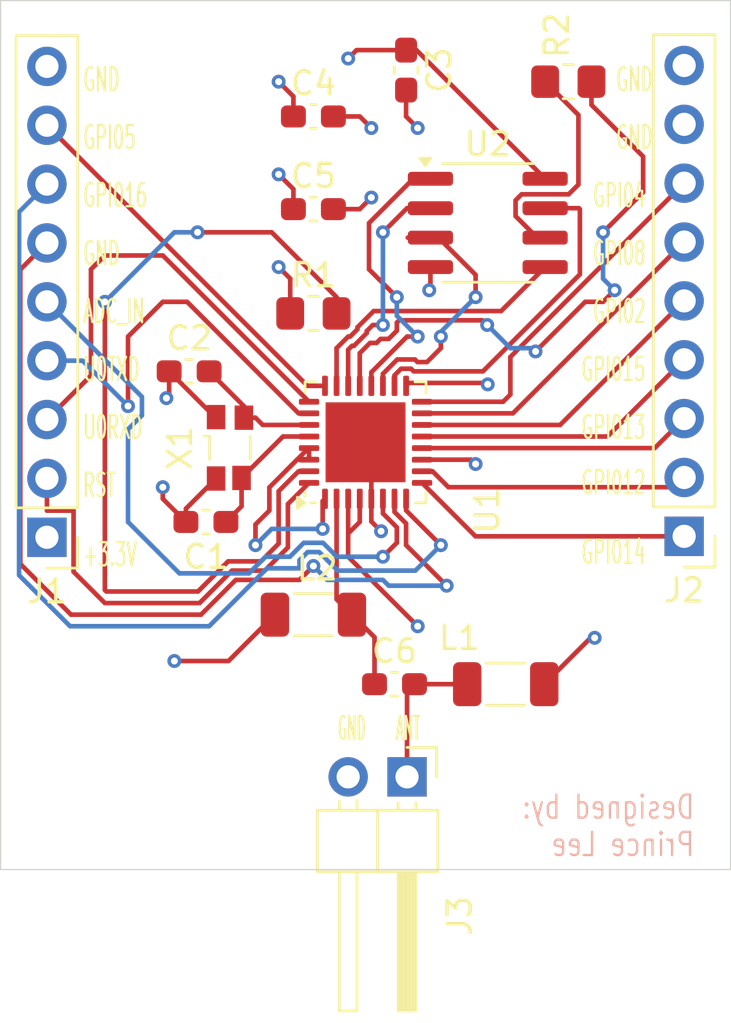
<source format=kicad_pcb>
(kicad_pcb (version 20240108) (generator "pcbnew") (generator_version "8.0")
  (layers (0 "F.Cu" signal) (1 "In1.Cu" power "GND") (2 "In2.Cu" power "PwR") (31 "B.Cu" signal) (34 "B.Paste" user) (35 "F.Paste" user) (36 "B.SilkS" user "B.Silkscreen") (37 "F.SilkS" user "F.Silkscreen") (38 "B.Mask" user) (39 "F.Mask" user) (44 "Edge.Cuts" user))
  (net 0 "")
  (net 1 "Net-(U1-XTAL_IN)")
  (net 2 "GND")
  (net 3 "Net-(U1-XTAL_OUT)")
  (net 4 "/ANT")
  (net 5 "/GPIO4")
  (net 6 "/GPIO14")
  (net 7 "/GPIO15")
  (net 8 "/GPI05")
  (net 9 "/GPIO0")
  (net 10 "/GPIO13")
  (net 11 "/GPIO12")
  (net 12 "/ADC_IN")
  (net 13 "/CHIP_EN")
  (net 14 "/U0RXD")
  (net 15 "/RST")
  (net 16 "/GPIO16")
  (net 17 "/U0TXD")
  (net 18 "/GPIO2")
  (net 19 "Net-(U1-RES12K)")
  (net 20 "Net-(U1-SD_CLK)")
  (net 21 "/SD_CLK")
  (net 22 "/SD_D1")
  (net 23 "/SD_D2")
  (net 24 "/SD_D3")
  (net 25 "/SD_D0")
  (net 26 "/SD_CMD")
  (net 27 "+3.3V")
  (net 28 "Net-(U1-LNA)")
  (footprint "Capacitor_SMD:C_0603_1608Metric_Pad1.08x0.95mm_HandSolder" (layer "F.Cu") (at 126.5 89)
    (property "Reference" "C5" (at 0 -1.43 0) (layer "F.SilkS"))
    (property "Value" "0.1uF")
    (fp_line (start -0.146267 -0.51) (end 0.146267 -0.51) (stroke (width 0.12)) (layer "F.SilkS"))
    (fp_line (start -0.146267 0.51) (end 0.146267 0.51) (stroke (width 0.12)) (layer "F.SilkS"))
    (pad "1" smd roundrect (at -0.8625 0) (size 1.075 0.95) (layers "F.Cu" "F.Paste" "F.Mask") (net 27 "+3.3V"))
    (pad "2" smd roundrect (at 0.8625 0) (size 1.075 0.95) (layers "F.Cu" "F.Paste" "F.Mask") (net 2 "GND"))
  )
  (footprint "Capacitor_SMD:C_0603_1608Metric_Pad1.08x0.95mm_HandSolder" (layer "F.Cu") (at 126.5 85)
    (property "Reference" "C4" (at 0 -1.43 0) (layer "F.SilkS"))
    (property "Value" "10uF")
    (fp_line (start -0.146267 -0.51) (end 0.146267 -0.51) (stroke (width 0.12)) (layer "F.SilkS"))
    (fp_line (start -0.146267 0.51) (end 0.146267 0.51) (stroke (width 0.12)) (layer "F.SilkS"))
    (pad "1" smd roundrect (at -0.8625 0) (size 1.075 0.95) (layers "F.Cu" "F.Paste" "F.Mask") (net 27 "+3.3V"))
    (pad "2" smd roundrect (at 0.8625 0) (size 1.075 0.95) (layers "F.Cu" "F.Paste" "F.Mask") (net 2 "GND"))
  )
  (footprint "Capacitor_SMD:C_0603_1608Metric_Pad1.08x0.95mm_HandSolder" (layer "F.Cu") (at 121.8625 102.5)
    (property "Reference" "C1" (at 0 1.5 0) (layer "F.SilkS"))
    (property "Value" "10pF")
    (fp_line (start -0.146267 -0.51) (end 0.146267 -0.51) (stroke (width 0.12)) (layer "F.SilkS"))
    (fp_line (start -0.146267 0.51) (end 0.146267 0.51) (stroke (width 0.12)) (layer "F.SilkS"))
    (pad "1" smd roundrect (at -0.8625 0) (size 1.075 0.95) (layers "F.Cu" "F.Paste" "F.Mask") (net 2 "GND"))
    (pad "2" smd roundrect (at 0.8625 0) (size 1.075 0.95) (layers "F.Cu" "F.Paste" "F.Mask") (net 1 "Net-(U1-XTAL_IN)"))
  )
  (footprint "Connector_PinHeader_2.54mm:PinHeader_1x09_P2.54mm_Vertical" (layer "F.Cu") (at 115 103.16 180)
    (property "Reference" "J1" (at 0 -2.33 0) (layer "F.SilkS"))
    (property "Value" "Conn_01x09_Pin" (hide yes))
    (fp_line (start 1.33 1.27) (end 1.33 21.65) (stroke (width 0.12)) (layer "F.SilkS"))
    (fp_line (start -1.33 21.65) (end 1.33 21.65) (stroke (width 0.12)) (layer "F.SilkS"))
    (fp_line (start -1.33 1.27) (end 1.33 1.27) (stroke (width 0.12)) (layer "F.SilkS"))
    (fp_line (start -1.33 1.27) (end -1.33 21.65) (stroke (width 0.12)) (layer "F.SilkS"))
    (fp_line (start -1.33 0) (end -1.33 -1.33) (stroke (width 0.12)) (layer "F.SilkS"))
    (fp_line (start -1.33 -1.33) (end 0 -1.33) (stroke (width 0.12)) (layer "F.SilkS"))
    (pad "1" thru_hole rect (at 0 0 180) (size 1.7 1.7) (drill 1) (layers "*.Cu" "*.Mask") (net 27 "+3.3V"))
    (pad "2" thru_hole oval (at 0 2.54 180) (size 1.7 1.7) (drill 1) (layers "*.Cu" "*.Mask") (net 15 "/RST"))
    (pad "3" thru_hole oval (at 0 5.08 180) (size 1.7 1.7) (drill 1) (layers "*.Cu" "*.Mask") (net 14 "/U0RXD"))
    (pad "4" thru_hole oval (at 0 7.62 180) (size 1.7 1.7) (drill 1) (layers "*.Cu" "*.Mask") (net 17 "/U0TXD"))
    (pad "5" thru_hole oval (at 0 10.16 180) (size 1.7 1.7) (drill 1) (layers "*.Cu" "*.Mask") (net 12 "/ADC_IN"))
    (pad "6" thru_hole oval (at 0 12.7 180) (size 1.7 1.7) (drill 1) (layers "*.Cu" "*.Mask") (net 13 "/CHIP_EN"))
    (pad "7" thru_hole oval (at 0 15.24 180) (size 1.7 1.7) (drill 1) (layers "*.Cu" "*.Mask") (net 16 "/GPIO16"))
    (pad "8" thru_hole oval (at 0 17.78 180) (size 1.7 1.7) (drill 1) (layers "*.Cu" "*.Mask") (net 8 "/GPI05"))
    (pad "9" thru_hole oval (at 0 20.32 180) (size 1.7 1.7) (drill 1) (layers "*.Cu" "*.Mask") (net 2 "GND"))
  )
  (footprint "Inductor_SMD:L_1206_3216Metric_Pad1.22x1.90mm_HandSolder" (layer "F.Cu") (at 134.8 109.5 180)
    (property "Reference" "L1" (at 2 2 0) (layer "F.SilkS"))
    (property "Value" "NC")
    (fp_line (start -0.835242 0.91) (end 0.835242 0.91) (stroke (width 0.12)) (layer "F.SilkS"))
    (fp_line (start -0.835242 -0.91) (end 0.835242 -0.91) (stroke (width 0.12)) (layer "F.SilkS"))
    (pad "1" smd roundrect (at -1.6625 0 180) (size 1.225 1.9) (layers "F.Cu" "F.Paste" "F.Mask") (roundrect_rratio 0.204082) (net 2 "GND"))
    (pad "2" smd roundrect (at 1.6625 0 180) (size 1.225 1.9) (layers "F.Cu" "F.Paste" "F.Mask") (roundrect_rratio 0.204082) (net 4 "/ANT"))
  )
  (footprint "Package_DFN_QFN:QFN-32-1EP_5x5mm_P0.5mm_EP3.45x3.45mm" (layer "F.Cu") (at 128.75 99.0625 90)
    (property "Reference" "U1" (at -2.9375 5.25 90) (layer "F.SilkS"))
    (property "Value" "ESP8266EX")
    (fp_line (start 2.61 -2.61) (end 2.61 -2.135) (stroke (width 0.12)) (layer "F.SilkS"))
    (fp_line (start 2.135 -2.61) (end 2.61 -2.61) (stroke (width 0.12)) (layer "F.SilkS"))
    (fp_line (start -2.135 -2.61) (end -2.31 -2.61) (stroke (width 0.12)) (layer "F.SilkS"))
    (fp_line (start -2.61 -2.135) (end -2.61 -2.37) (stroke (width 0.12)) (layer "F.SilkS"))
    (fp_line (start 2.61 2.61) (end 2.61 2.135) (stroke (width 0.12)) (layer "F.SilkS"))
    (fp_line (start 2.135 2.61) (end 2.61 2.61) (stroke (width 0.12)) (layer "F.SilkS"))
    (fp_line (start -2.135 2.61) (end -2.61 2.61) (stroke (width 0.12)) (layer "F.SilkS"))
    (fp_line (start -2.61 2.61) (end -2.61 2.135) (stroke (width 0.12)) (layer "F.SilkS"))
    (fp_poly (pts (xy -2.61 -2.61) (xy -2.85 -2.94) (xy -2.37 -2.94) (xy -2.61 -2.61)) (stroke (width 0.12)) (fill solid) (layer "F.SilkS"))
    (pad "1" smd roundrect (at -2.4375 -1.75 90) (size 0.875 0.25) (layers "F.Cu" "F.Paste" "F.Mask") (net 27 "+3.3V"))
    (pad "2" smd roundrect (at -2.4375 -1.25 90) (size 0.875 0.25) (layers "F.Cu" "F.Paste" "F.Mask") (net 28 "Net-(U1-LNA)"))
    (pad "3" smd roundrect (at -2.4375 -0.75 90) (size 0.875 0.25) (layers "F.Cu" "F.Paste" "F.Mask") (net 27 "+3.3V"))
    (pad "4" smd roundrect (at -2.4375 -0.25 90) (size 0.875 0.25) (layers "F.Cu" "F.Paste" "F.Mask") (net 27 "+3.3V"))
    (pad "5" smd roundrect (at -2.4375 0.25 90) (size 0.875 0.25) (layers "F.Cu" "F.Paste" "F.Mask") (net 2 "GND"))
    (pad "6" smd roundrect (at -2.4375 0.75 90) (size 0.875 0.25) (layers "F.Cu" "F.Paste" "F.Mask") (net 12 "/ADC_IN"))
    (pad "7" smd roundrect (at -2.4375 1.25 90) (size 0.875 0.25) (layers "F.Cu" "F.Paste" "F.Mask") (net 13 "/CHIP_EN"))
    (pad "8" smd roundrect (at -2.4375 1.75 90) (size 0.875 0.25) (layers "F.Cu" "F.Paste" "F.Mask") (net 16 "/GPIO16"))
    (pad "9" smd roundrect (at -1.75 2.4375 90) (size 0.25 0.875) (layers "F.Cu" "F.Paste" "F.Mask") (net 6 "/GPIO14"))
    (pad "10" smd roundrect (at -1.25 2.4375 90) (size 0.25 0.875) (layers "F.Cu" "F.Paste" "F.Mask") (net 11 "/GPIO12"))
    (pad "11" smd roundrect (at -0.75 2.4375 90) (size 0.25 0.875) (layers "F.Cu" "F.Paste" "F.Mask") (net 27 "+3.3V"))
    (pad "12" smd roundrect (at -0.25 2.4375 90) (size 0.25 0.875) (layers "F.Cu" "F.Paste" "F.Mask") (net 10 "/GPIO13"))
    (pad "13" smd roundrect (at 0.25 2.4375 90) (size 0.25 0.875) (layers "F.Cu" "F.Paste" "F.Mask") (net 7 "/GPIO15"))
    (pad "14" smd roundrect (at 0.75 2.4375 90) (size 0.25 0.875) (layers "F.Cu" "F.Paste" "F.Mask") (net 18 "/GPIO2"))
    (pad "15" smd roundrect (at 1.25 2.4375 90) (size 0.25 0.875) (layers "F.Cu" "F.Paste" "F.Mask") (net 9 "/GPIO0"))
    (pad "16" smd roundrect (at 1.75 2.4375 90) (size 0.25 0.875) (layers "F.Cu" "F.Paste" "F.Mask") (net 5 "/GPIO4"))
    (pad "17" smd roundrect (at 2.4375 1.75 90) (size 0.875 0.25) (layers "F.Cu" "F.Paste" "F.Mask") (net 27 "+3.3V"))
    (pad "18" smd roundrect (at 2.4375 1.25 90) (size 0.875 0.25) (layers "F.Cu" "F.Paste" "F.Mask") (net 23 "/SD_D2"))
    (pad "19" smd roundrect (at 2.4375 0.75 90) (size 0.875 0.25) (layers "F.Cu" "F.Paste" "F.Mask") (net 24 "/SD_D3"))
    (pad "20" smd roundrect (at 2.4375 0.25 90) (size 0.875 0.25) (layers "F.Cu" "F.Paste" "F.Mask") (net 26 "/SD_CMD"))
    (pad "21" smd roundrect (at 2.4375 -0.25 90) (size 0.875 0.25) (layers "F.Cu" "F.Paste" "F.Mask") (net 20 "Net-(U1-SD_CLK)"))
    (pad "22" smd roundrect (at 2.4375 -0.75 90) (size 0.875 0.25) (layers "F.Cu" "F.Paste" "F.Mask") (net 25 "/SD_D0"))
    (pad "23" smd roundrect (at 2.4375 -1.25 90) (size 0.875 0.25) (layers "F.Cu" "F.Paste" "F.Mask") (net 22 "/SD_D1"))
    (pad "24" smd roundrect (at 2.4375 -1.75 90) (size 0.875 0.25) (layers "F.Cu" "F.Paste" "F.Mask") (net 8 "/GPI05"))
    (pad "25" smd roundrect (at 1.75 -2.4375 90) (size 0.25 0.875) (layers "F.Cu" "F.Paste" "F.Mask") (net 14 "/U0RXD"))
    (pad "26" smd roundrect (at 1.25 -2.4375 90) (size 0.25 0.875) (layers "F.Cu" "F.Paste" "F.Mask") (net 17 "/U0TXD"))
    (pad "27" smd roundrect (at 0.75 -2.4375 90) (size 0.25 0.875) (layers "F.Cu" "F.Paste" "F.Mask") (net 3 "Net-(U1-XTAL_OUT)"))
    (pad "28" smd roundrect (at 0.25 -2.4375 90) (size 0.25 0.875) (layers "F.Cu" "F.Paste" "F.Mask") (net 1 "Net-(U1-XTAL_IN)"))
    (pad "29" smd roundrect (at -0.25 -2.4375 90) (size 0.25 0.875) (layers "F.Cu" "F.Paste" "F.Mask") (net 27 "+3.3V"))
    (pad "30" smd roundrect (at -0.75 -2.4375 90) (size 0.25 0.875) (layers "F.Cu" "F.Paste" "F.Mask") (net 27 "+3.3V"))
    (pad "31" smd roundrect (at -1.25 -2.4375 90) (size 0.25 0.875) (layers "F.Cu" "F.Paste" "F.Mask") (net 19 "Net-(U1-RES12K)"))
    (pad "32" smd roundrect (at -1.75 -2.4375 90) (size 0.25 0.875) (layers "F.Cu" "F.Paste" "F.Mask") (net 15 "/RST"))
    (pad "33" smd rect (at 0 0 90) (size 3.45 3.45) (property pad_prop_heatsink) (layers "F.Cu" "F.Mask") (net 2 "GND"))
  )
  (footprint "Capacitor_SMD:C_0603_1608Metric_Pad1.08x0.95mm_HandSolder" (layer "F.Cu") (at 121.1375 96)
    (property "Reference" "C2" (at 0 -1.43 0) (layer "F.SilkS"))
    (property "Value" "10pF")
    (fp_line (start -0.146267 -0.51) (end 0.146267 -0.51) (stroke (width 0.12)) (layer "F.SilkS"))
    (fp_line (start -0.146267 0.51) (end 0.146267 0.51) (stroke (width 0.12)) (layer "F.SilkS"))
    (pad "1" smd roundrect (at -0.8625 0) (size 1.075 0.95) (layers "F.Cu" "F.Paste" "F.Mask") (net 2 "GND"))
    (pad "2" smd roundrect (at 0.8625 0) (size 1.075 0.95) (layers "F.Cu" "F.Paste" "F.Mask") (net 3 "Net-(U1-XTAL_OUT)"))
  )
  (footprint "Capacitor_SMD:C_0603_1608Metric_Pad1.08x0.95mm_HandSolder" (layer "F.Cu") (at 130 109.5)
    (property "Reference" "C6" (at 0 -1.43 0) (layer "F.SilkS"))
    (property "Value" "5.6pF")
    (fp_line (start -0.146267 -0.51) (end 0.146267 -0.51) (stroke (width 0.12)) (layer "F.SilkS"))
    (fp_line (start -0.146267 0.51) (end 0.146267 0.51) (stroke (width 0.12)) (layer "F.SilkS"))
    (pad "1" smd roundrect (at -0.8625 0) (size 1.075 0.95) (layers "F.Cu" "F.Paste" "F.Mask") (net 28 "Net-(U1-LNA)"))
    (pad "2" smd roundrect (at 0.8625 0) (size 1.075 0.95) (layers "F.Cu" "F.Paste" "F.Mask") (net 4 "/ANT"))
  )
  (footprint "Capacitor_SMD:C_0603_1608Metric_Pad1.08x0.95mm_HandSolder" (layer "F.Cu") (at 130.5 83 -90)
    (property "Reference" "C3" (at 0 -1.43 90) (layer "F.SilkS"))
    (property "Value" "1uF")
    (fp_line (start -0.146267 0.51) (end 0.146267 0.51) (stroke (width 0.12)) (layer "F.SilkS"))
    (fp_line (start -0.146267 -0.51) (end 0.146267 -0.51) (stroke (width 0.12)) (layer "F.SilkS"))
    (pad "1" smd roundrect (at -0.8625 0 270) (size 1.075 0.95) (layers "F.Cu" "F.Paste" "F.Mask") (net 27 "+3.3V"))
    (pad "2" smd roundrect (at 0.8625 0 270) (size 1.075 0.95) (layers "F.Cu" "F.Paste" "F.Mask") (net 2 "GND"))
  )
  (footprint "Connector_PinHeader_2.54mm:PinHeader_1x02_P2.54mm_Horizontal" (layer "F.Cu") (at 130.54 113.5 -90)
    (property "Reference" "J3" (at 6 -2.27 90) (layer "F.SilkS"))
    (property "Value" "Conn_01x02_Pin")
    (fp_line (start 1.44 3.87) (end 4.1 3.87) (stroke (width 0.12)) (layer "F.SilkS"))
    (fp_line (start 4.1 3.87) (end 4.1 -1.33) (stroke (width 0.12)) (layer "F.SilkS"))
    (fp_line (start 1.042929 2.92) (end 1.44 2.92) (stroke (width 0.12)) (layer "F.SilkS"))
    (fp_line (start 10.1 2.92) (end 4.1 2.92) (stroke (width 0.12)) (layer "F.SilkS"))
    (fp_line (start 1.042929 2.16) (end 1.44 2.16) (stroke (width 0.12)) (layer "F.SilkS"))
    (fp_line (start 4.1 2.16) (end 10.1 2.16) (stroke (width 0.12)) (layer "F.SilkS"))
    (fp_line (start 10.1 2.16) (end 10.1 2.92) (stroke (width 0.12)) (layer "F.SilkS"))
    (fp_line (start 1.44 1.27) (end 4.1 1.27) (stroke (width 0.12)) (layer "F.SilkS"))
    (fp_line (start 1.11 0.38) (end 1.44 0.38) (stroke (width 0.12)) (layer "F.SilkS"))
    (fp_line (start 10.1 0.38) (end 4.1 0.38) (stroke (width 0.12)) (layer "F.SilkS"))
    (fp_line (start 4.1 0.28) (end 10.1 0.28) (stroke (width 0.12)) (layer "F.SilkS"))
    (fp_line (start 4.1 0.16) (end 10.1 0.16) (stroke (width 0.12)) (layer "F.SilkS"))
    (fp_line (start 4.1 0.04) (end 10.1 0.04) (stroke (width 0.12)) (layer "F.SilkS"))
    (fp_line (start -1.27 0) (end -1.27 -1.27) (stroke (width 0.12)) (layer "F.SilkS"))
    (fp_line (start 4.1 -0.08) (end 10.1 -0.08) (stroke (width 0.12)) (layer "F.SilkS"))
    (fp_line (start 4.1 -0.2) (end 10.1 -0.2) (stroke (width 0.12)) (layer "F.SilkS"))
    (fp_line (start 4.1 -0.32) (end 10.1 -0.32) (stroke (width 0.12)) (layer "F.SilkS"))
    (fp_line (start 1.11 -0.38) (end 1.44 -0.38) (stroke (width 0.12)) (layer "F.SilkS"))
    (fp_line (start 4.1 -0.38) (end 10.1 -0.38) (stroke (width 0.12)) (layer "F.SilkS"))
    (fp_line (start 10.1 -0.38) (end 10.1 0.38) (stroke (width 0.12)) (layer "F.SilkS"))
    (fp_line (start -1.27 -1.27) (end 0 -1.27) (stroke (width 0.12)) (layer "F.SilkS"))
    (fp_line (start 1.44 -1.33) (end 1.44 3.87) (stroke (width 0.12)) (layer "F.SilkS"))
    (fp_line (start 4.1 -1.33) (end 1.44 -1.33) (stroke (width 0.12)) (layer "F.SilkS"))
    (pad "1" thru_hole rect (at 0 0 270) (size 1.7 1.7) (drill 1) (layers "*.Cu" "*.Mask") (net 4 "/ANT"))
    (pad "2" thru_hole oval (at 0 2.54 270) (size 1.7 1.7) (drill 1) (layers "*.Cu" "*.Mask") (net 2 "GND"))
  )
  (footprint "Package_SO:SOIC-8_3.9x4.9mm_P1.27mm" (layer "F.Cu") (at 134.025 89.595)
    (property "Reference" "U2" (at 0 -3.4 0) (layer "F.SilkS"))
    (property "Value" "W25X20CLSN")
    (fp_line (start 0 -2.56) (end -1.95 -2.56) (stroke (width 0.12)) (layer "F.SilkS"))
    (fp_line (start 0 -2.56) (end 1.95 -2.56) (stroke (width 0.12)) (layer "F.SilkS"))
    (fp_line (start 0 2.56) (end -1.95 2.56) (stroke (width 0.12)) (layer "F.SilkS"))
    (fp_line (start 0 2.56) (end 1.95 2.56) (stroke (width 0.12)) (layer "F.SilkS"))
    (fp_poly (pts (xy -2.7 -2.465) (xy -2.94 -2.795) (xy -2.46 -2.795) (xy -2.7 -2.465)) (stroke (width 0.12)) (fill solid) (layer "F.SilkS"))
    (pad "1" smd roundrect (at -2.475 -1.905) (size 1.95 0.6) (layers "F.Cu" "F.Paste" "F.Mask") (net 26 "/SD_CMD"))
    (pad "2" smd roundrect (at -2.475 -0.635) (size 1.95 0.6) (layers "F.Cu" "F.Paste" "F.Mask") (net 25 "/SD_D0"))
    (pad "3" smd roundrect (at -2.475 0.635) (size 1.95 0.6) (layers "F.Cu" "F.Paste" "F.Mask") (net 24 "/SD_D3"))
    (pad "4" smd roundrect (at -2.475 1.905) (size 1.95 0.6) (layers "F.Cu" "F.Paste" "F.Mask") (net 2 "GND"))
    (pad "5" smd roundrect (at 2.475 1.905) (size 1.95 0.6) (layers "F.Cu" "F.Paste" "F.Mask") (net 22 "/SD_D1"))
    (pad "6" smd roundrect (at 2.475 0.635) (size 1.95 0.6) (layers "F.Cu" "F.Paste" "F.Mask") (net 21 "/SD_CLK"))
    (pad "7" smd roundrect (at 2.475 -0.635) (size 1.95 0.6) (layers "F.Cu" "F.Paste" "F.Mask") (net 23 "/SD_D2"))
    (pad "8" smd roundrect (at 2.475 -1.905) (size 1.95 0.6) (layers "F.Cu" "F.Paste" "F.Mask") (net 27 "+3.3V"))
  )
  (footprint "Resistor_SMD:R_0805_2012Metric_Pad1.20x1.40mm_HandSolder" (layer "F.Cu") (at 137.5 83.5)
    (property "Reference" "R2" (at -0.5 -2 90) (layer "F.SilkS"))
    (property "Value" "200")
    (fp_line (start -0.227064 -0.735) (end 0.227064 -0.735) (stroke (width 0.12)) (layer "F.SilkS"))
    (fp_line (start -0.227064 0.735) (end 0.227064 0.735) (stroke (width 0.12)) (layer "F.SilkS"))
    (pad "1" smd roundrect (at -1 0) (size 1.2 1.4) (layers "F.Cu" "F.Paste" "F.Mask") (roundrect_rratio 0.208333) (net 21 "/SD_CLK"))
    (pad "2" smd roundrect (at 1 0) (size 1.2 1.4) (layers "F.Cu" "F.Paste" "F.Mask") (roundrect_rratio 0.208333) (net 20 "Net-(U1-SD_CLK)"))
  )
  (footprint "Resistor_SMD:R_0805_2012Metric_Pad1.20x1.40mm_HandSolder" (layer "F.Cu") (at 126.5 93.5)
    (property "Reference" "R1" (at 0 -1.65 0) (layer "F.SilkS"))
    (property "Value" "12K±1%")
    (fp_line (start -0.227064 -0.735) (end 0.227064 -0.735) (stroke (width 0.12)) (layer "F.SilkS"))
    (fp_line (start -0.227064 0.735) (end 0.227064 0.735) (stroke (width 0.12)) (layer "F.SilkS"))
    (pad "1" smd roundrect (at -1 0) (size 1.2 1.4) (layers "F.Cu" "F.Paste" "F.Mask") (roundrect_rratio 0.208333) (net 2 "GND"))
    (pad "2" smd roundrect (at 1 0) (size 1.2 1.4) (layers "F.Cu" "F.Paste" "F.Mask") (roundrect_rratio 0.208333) (net 19 "Net-(U1-RES12K)"))
  )
  (footprint "Oscillator:Oscillator_SMD_SeikoEpson_SG3030CM" (layer "F.Cu") (at 122.9 99.3 -90)
    (property "Reference" "X1" (at 0 2.17 90) (layer "F.SilkS"))
    (property "Value" "U3")
    (fp_line (start -0.5 1.1) (end -0.5 0.88) (stroke (width 0.12)) (layer "F.SilkS"))
    (fp_line (start -0.5 0.88) (end 0.5 0.88) (stroke (width 0.12)) (layer "F.SilkS"))
    (fp_line (start -0.5 -0.88) (end 0.5 -0.88) (stroke (width 0.12)) (layer "F.SilkS"))
    (pad "1" smd rect (at -1.325 0.6 270) (size 1.05 0.8) (layers "F.Cu" "F.Paste" "F.Mask") (net 2 "GND"))
    (pad "2" smd rect (at 1.325 0.6 270) (size 1.05 0.8) (layers "F.Cu" "F.Paste" "F.Mask") (net 2 "GND"))
    (pad "3" smd rect (at -1.3 -0.6 270) (size 1.05 0.8) (layers "F.Cu" "F.Paste" "F.Mask") (net 3 "Net-(U1-XTAL_OUT)"))
    (pad "4" smd rect (at 1.3 -0.5 270) (size 1.05 0.8) (layers "F.Cu" "F.Paste" "F.Mask") (net 1 "Net-(U1-XTAL_IN)"))
  )
  (footprint "Connector_PinHeader_2.54mm:PinHeader_1x09_P2.54mm_Vertical" (layer "F.Cu") (at 142.5 103.12 180)
    (property "Reference" "J2" (at 0 -2.33 0) (layer "F.SilkS"))
    (property "Value" "~" (hide yes))
    (fp_line (start 1.33 1.27) (end 1.33 21.65) (stroke (width 0.12)) (layer "F.SilkS"))
    (fp_line (start -1.33 21.65) (end 1.33 21.65) (stroke (width 0.12)) (layer "F.SilkS"))
    (fp_line (start -1.33 1.27) (end 1.33 1.27) (stroke (width 0.12)) (layer "F.SilkS"))
    (fp_line (start -1.33 1.27) (end -1.33 21.65) (stroke (width 0.12)) (layer "F.SilkS"))
    (fp_line (start -1.33 0) (end -1.33 -1.33) (stroke (width 0.12)) (layer "F.SilkS"))
    (fp_line (start -1.33 -1.33) (end 0 -1.33) (stroke (width 0.12)) (layer "F.SilkS"))
    (pad "1" thru_hole rect (at 0 0 180) (size 1.7 1.7) (drill 1) (layers "*.Cu" "*.Mask") (net 6 "/GPIO14"))
    (pad "2" thru_hole oval (at 0 2.54 180) (size 1.7 1.7) (drill 1) (layers "*.Cu" "*.Mask") (net 11 "/GPIO12"))
    (pad "3" thru_hole oval (at 0 5.08 180) (size 1.7 1.7) (drill 1) (layers "*.Cu" "*.Mask") (net 10 "/GPIO13"))
    (pad "4" thru_hole oval (at 0 7.62 180) (size 1.7 1.7) (drill 1) (layers "*.Cu" "*.Mask") (net 7 "/GPIO15"))
    (pad "5" thru_hole oval (at 0 10.16 180) (size 1.7 1.7) (drill 1) (layers "*.Cu" "*.Mask") (net 18 "/GPIO2"))
    (pad "6" thru_hole oval (at 0 12.7 180) (size 1.7 1.7) (drill 1) (layers "*.Cu" "*.Mask") (net 9 "/GPIO0"))
    (pad "7" thru_hole oval (at 0 15.24 180) (size 1.7 1.7) (drill 1) (layers "*.Cu" "*.Mask") (net 5 "/GPIO4"))
    (pad "8" thru_hole oval (at 0 17.78 180) (size 1.7 1.7) (drill 1) (layers "*.Cu" "*.Mask") (net 2 "GND"))
    (pad "9" thru_hole oval (at 0 20.32 180) (size 1.7 1.7) (drill 1) (layers "*.Cu" "*.Mask") (net 2 "GND"))
  )
  (footprint "Inductor_SMD:L_1206_3216Metric_Pad1.22x1.90mm_HandSolder" (layer "F.Cu") (at 126.5 106.5)
    (property "Reference" "L2" (at 0.1625 -2 0) (layer "F.SilkS"))
    (property "Value" "NC")
    (fp_line (start -0.835242 -0.91) (end 0.835242 -0.91) (stroke (width 0.12)) (layer "F.SilkS"))
    (fp_line (start -0.835242 0.91) (end 0.835242 0.91) (stroke (width 0.12)) (layer "F.SilkS"))
    (pad "1" smd roundrect (at -1.6625 0) (size 1.225 1.9) (layers "F.Cu" "F.Paste" "F.Mask") (roundrect_rratio 0.204082) (net 2 "GND"))
    (pad "2" smd roundrect (at 1.6625 0) (size 1.225 1.9) (layers "F.Cu" "F.Paste" "F.Mask") (roundrect_rratio 0.204082) (net 28 "Net-(U1-LNA)"))
  )
  (gr_rect (start 113 80) (end 144.5 117.5) (stroke (width 0.05)) (fill none) (layer "Edge.Cuts"))
  (gr_text "Designed by:\nPrince Lee\n" (at 143 117 0) (layer "B.SilkS") (effects (font (size 1 0.7714) (thickness 0.1)) (justify left bottom mirror)))
  (gr_text "GND" (at 116.5 91.5 0) (layer "F.SilkS") (effects (font (size 1 0.5174) (thickness 0.1)) (justify left bottom)))
  (gr_text "GND" (at 116.5 84 0) (layer "F.SilkS") (effects (font (size 1 0.5174) (thickness 0.1)) (justify left bottom)))
  (gr_text "GND" (at 139.5 84 0) (layer "F.SilkS") (effects (font (size 1 0.5174) (thickness 0.1)) (justify left bottom)))
  (gr_text "GND" (at 127.5 112 0) (layer "F.SilkS") (effects (font (size 1 0.3904) (thickness 0.0976)) (justify left bottom)))
  (gr_text "U0RXD\n" (at 116.5 99 0) (layer "F.SilkS") (effects (font (size 1 0.5174) (thickness 0.1)) (justify left bottom)))
  (gr_text "+3.3V" (at 116.5 104.5 0) (layer "F.SilkS") (effects (font (size 1 0.5174) (thickness 0.1)) (justify left bottom)))
  (gr_text "U0TXD" (at 116.5 96.5 0) (layer "F.SilkS") (effects (font (size 1 0.5174) (thickness 0.1)) (justify left bottom)))
  (gr_text "GPI012\n\n" (at 138 103 0) (layer "F.SilkS") (effects (font (size 1 0.5174) (thickness 0.1)) (justify left bottom)))
  (gr_text "GPI014\n\n" (at 138 106 0) (layer "F.SilkS") (effects (font (size 1 0.5174) (thickness 0.1)) (justify left bottom)))
  (gr_text "ANT" (at 130 112 0) (layer "F.SilkS") (effects (font (size 1 0.3904) (thickness 0.0976)) (justify left bottom)))
  (gr_text "GPI016\n" (at 116.5 89 0) (layer "F.SilkS") (effects (font (size 1 0.5174) (thickness 0.1)) (justify left bottom)))
  (gr_text "GPI015" (at 138 96.5 0) (layer "F.SilkS") (effects (font (size 1 0.5174) (thickness 0.1)) (justify left bottom)))
  (gr_text "GPI04" (at 138.5 89 0) (layer "F.SilkS") (effects (font (size 1 0.5174) (thickness 0.1)) (justify left bottom)))
  (gr_text "GPI013\n" (at 138 99 0) (layer "F.SilkS") (effects (font (size 1 0.5174) (thickness 0.1)) (justify left bottom)))
  (gr_text "GND" (at 139.5 86.5 0) (layer "F.SilkS") (effects (font (size 1 0.5174) (thickness 0.1)) (justify left bottom)))
  (gr_text "ADC_IN\n" (at 116.5 94 0) (layer "F.SilkS") (effects (font (size 1 0.5174) (thickness 0.1)) (justify left bottom)))
  (gr_text "GPI02\n" (at 138.5 94 0) (layer "F.SilkS") (effects (font (size 1 0.5174) (thickness 0.1)) (justify left bottom)))
  (gr_text "GPI08" (at 138.5 91.5 0) (layer "F.SilkS") (effects (font (size 1 0.5174) (thickness 0.1)) (justify left bottom)))
  (gr_text "RST" (at 116.5 101.5 0) (layer "F.SilkS") (effects (font (size 1 0.5174) (thickness 0.1)) (justify left bottom)))
  (gr_text "GPI05\n" (at 116.5 86.5 0) (layer "F.SilkS") (effects (font (size 1 0.5174) (thickness 0.1)) (justify left bottom)))
  (segment (start 125.1875 98.8125) (end 126.3125 98.8125) (width 0.2) (layer "F.Cu") (net 1))
  (segment (start 123.4 100.6) (end 125.1875 98.8125) (width 0.2) (layer "F.Cu") (net 1))
  (segment (start 123.4 100.6) (end 123.4 101.825) (width 0.2) (layer "F.Cu") (net 1))
  (segment (start 123.4 101.825) (end 122.725 102.5) (width 0.2) (layer "F.Cu") (net 1))
  (segment (start 121 102.5) (end 121 101.925) (width 0.2) (layer "F.Cu") (net 2))
  (segment (start 120.275 97.03647) (end 120.155735 97.155735) (width 0.2) (layer "F.Cu") (net 2))
  (segment (start 129 99.3125) (end 128.75 99.0625) (width 0.2) (layer "F.Cu") (net 2))
  (segment (start 121 101.925) (end 122.3 100.625) (width 0.2) (layer "F.Cu") (net 2))
  (segment (start 129 101.5) (end 129 99.3125) (width 0.2) (layer "F.Cu") (net 2))
  (segment (start 131.55 91.5) (end 131.55 92.45) (width 0.2) (layer "F.Cu") (net 2))
  (segment (start 127.5 100.3125) (end 128.75 99.0625) (width 0.2) (layer "F.Cu") (net 2))
  (segment (start 128.5 89) (end 129 88.5) (width 0.2) (layer "F.Cu") (net 2))
  (segment (start 120 101) (end 120 101.5) (width 0.2) (layer "F.Cu") (net 2))
  (segment (start 128.5 85) (end 129 85.5) (width 0.2) (layer "F.Cu") (net 2))
  (segment (start 129.420101 102.9) (end 129 102.479899) (width 0.2) (layer "F.Cu") (net 2))
  (segment (start 125.5 93.5) (end 125.5 92) (width 0.2) (layer "F.Cu") (net 2))
  (segment (start 124.8375 106.5) (end 122.8375 108.5) (width 0.2) (layer "F.Cu") (net 2))
  (segment (start 127.3625 89) (end 128.5 89) (width 0.2) (layer "F.Cu") (net 2))
  (segment (start 122.25 97.975) (end 120.275 96) (width 0.2) (layer "F.Cu") (net 2))
  (segment (start 127.3625 85) (end 128.5 85) (width 0.2) (layer "F.Cu") (net 2))
  (segment (start 131.55 92.45) (end 131.5 92.5) (width 0.2) (layer "F.Cu") (net 2))
  (segment (start 129 102.479899) (end 129 101.5) (width 0.2) (layer "F.Cu") (net 2))
  (segment (start 125.5 92) (end 125 91.5) (width 0.2) (layer "F.Cu") (net 2))
  (segment (start 120 101.5) (end 121 102.5) (width 0.2) (layer "F.Cu") (net 2))
  (segment (start 130.5 85) (end 131 85.5) (width 0.2) (layer "F.Cu") (net 2))
  (segment (start 122.3 97.975) (end 122.25 97.975) (width 0.2) (layer "F.Cu") (net 2))
  (segment (start 122.8375 108.5) (end 120.5 108.5) (width 0.2) (layer "F.Cu") (net 2))
  (segment (start 136.4625 109.5) (end 138.4625 107.5) (width 0.2) (layer "F.Cu") (net 2))
  (segment (start 130.5 83.8625) (end 130.5 85) (width 0.2) (layer "F.Cu") (net 2))
  (segment (start 120.275 96) (end 120.275 97.03647) (width 0.2) (layer "F.Cu") (net 2))
  (segment (start 120.275 96) (end 120.275 95.775) (width 0.2) (layer "F.Cu") (net 2))
  (via (at 131.5 92.5) (size 0.6) (drill 0.3) (layers "F.Cu" "B.Cu") (net 2))
  (via (at 129 88.5) (size 0.6) (drill 0.3) (layers "F.Cu" "B.Cu") (net 2))
  (via (at 125 91.5) (size 0.6) (drill 0.3) (layers "F.Cu" "B.Cu") (net 2))
  (via (at 120 101) (size 0.6) (drill 0.3) (layers "F.Cu" "B.Cu") (net 2))
  (via (at 129.420101 102.9) (size 0.6) (drill 0.3) (layers "F.Cu" "B.Cu") (net 2))
  (via (at 138.6375 107.5) (size 0.6) (drill 0.3) (layers "F.Cu" "B.Cu") (net 2))
  (via (at 120.5 108.5) (size 0.6) (drill 0.3) (layers "F.Cu" "B.Cu") (net 2))
  (via (at 120.155735 97.155735) (size 0.6) (drill 0.3) (layers "F.Cu" "B.Cu") (net 2))
  (via (at 131 85.5) (size 0.6) (drill 0.3) (layers "F.Cu" "B.Cu") (net 2))
  (via (at 129 85.5) (size 0.6) (drill 0.3) (layers "F.Cu" "B.Cu") (net 2))
  (segment (start 124 98) (end 124.3125 98.3125) (width 0.2) (layer "F.Cu") (net 3))
  (segment (start 123.5 98) (end 123.5 97.5) (width 0.2) (layer "F.Cu") (net 3))
  (segment (start 123.5 97.5) (end 122 96) (width 0.2) (layer "F.Cu") (net 3))
  (segment (start 124.3125 98.3125) (end 126.3125 98.3125) (width 0.2) (layer "F.Cu") (net 3))
  (segment (start 123.5 98) (end 124 98) (width 0.2) (layer "F.Cu") (net 3))
  (segment (start 130.8625 113.6775) (end 130.54 114) (width 0.2) (layer "F.Cu") (net 4))
  (segment (start 131.04 109.6775) (end 130.8625 109.5) (width 0.2) (layer "F.Cu") (net 4))
  (segment (start 130.54 109.8225) (end 130.8625 109.5) (width 0.2) (layer "F.Cu") (net 4))
  (segment (start 130.54 113.5) (end 130.54 109.8225) (width 0.2) (layer "F.Cu") (net 4))
  (segment (start 130.8625 109.5) (end 133.1375 109.5) (width 0.2) (layer "F.Cu") (net 4))
  (segment (start 135 97) (end 134.6875 97.3125) (width 0.2) (layer "F.Cu") (net 5))
  (segment (start 142.5 87.88) (end 135 95.38) (width 0.2) (layer "F.Cu") (net 5))
  (segment (start 135 95.38) (end 135 97) (width 0.2) (layer "F.Cu") (net 5))
  (segment (start 134.6875 97.3125) (end 131.1875 97.3125) (width 0.2) (layer "F.Cu") (net 5))
  (segment (start 142.5 103.12) (end 133.495 103.12) (width 0.2) (layer "F.Cu") (net 6))
  (segment (start 133.495 103.12) (end 131.1875 100.8125) (width 0.2) (layer "F.Cu") (net 6))
  (segment (start 139.1875 98.8125) (end 131.1875 98.8125) (width 0.2) (layer "F.Cu") (net 7))
  (segment (start 142.5 95.5) (end 139.1875 98.8125) (width 0.2) (layer "F.Cu") (net 7))
  (segment (start 126.245 96.625) (end 127 96.625) (width 0.2) (layer "F.Cu") (net 8))
  (segment (start 115 85.38) (end 126.245 96.625) (width 0.2) (layer "F.Cu") (net 8))
  (segment (start 142.5 90.42) (end 135.1075 97.8125) (width 0.2) (layer "F.Cu") (net 9))
  (segment (start 135.1075 97.8125) (end 131.1875 97.8125) (width 0.2) (layer "F.Cu") (net 9))
  (segment (start 141.2275 99.3125) (end 131.1875 99.3125) (width 0.2) (layer "F.Cu") (net 10))
  (segment (start 142.5 98.04) (end 141.2275 99.3125) (width 0.2) (layer "F.Cu") (net 10))
  (segment (start 142.08 101) (end 132.326886 101) (width 0.2) (layer "F.Cu") (net 11))
  (segment (start 142.5 100.58) (end 142.08 101) (width 0.2) (layer "F.Cu") (net 11))
  (segment (start 132.326886 101) (end 131.639386 100.3125) (width 0.2) (layer "F.Cu") (net 11))
  (segment (start 131.639386 100.3125) (end 131.1875 100.3125) (width 0.2) (layer "F.Cu") (net 11))
  (segment (start 129.5 101.5) (end 129.5 102.131372) (width 0.2) (layer "F.Cu") (net 12))
  (segment (start 130.1 102.731372) (end 130.1 103.4) (width 0.2) (layer "F.Cu") (net 12))
  (segment (start 130.1 103.4) (end 129.5 104) (width 0.2) (layer "F.Cu") (net 12))
  (segment (start 129.5 102.131372) (end 130.1 102.731372) (width 0.2) (layer "F.Cu") (net 12))
  (via (at 129.5 104) (size 0.6) (drill 0.3) (layers "F.Cu" "B.Cu") (net 12))
  (segment (start 125.485785 104) (end 124.434314 104) (width 0.2) (layer "B.Cu") (net 12))
  (segment (start 119.1 97.1) (end 115 93) (width 0.2) (layer "B.Cu") (net 12))
  (segment (start 119.1 97.9) (end 119.1 97.1) (width 0.2) (layer "B.Cu") (net 12))
  (segment (start 118.5 102.5) (end 120.717157 104.717157) (width 0.2) (layer "B.Cu") (net 12))
  (segment (start 118.5 98.5) (end 119.1 97.9) (width 0.2) (layer "B.Cu") (net 12))
  (segment (start 126.914215 103.4) (end 126.085785 103.4) (width 0.2) (layer "B.Cu") (net 12))
  (segment (start 124.434314 104) (end 123.717157 104.717157) (width 0.2) (layer "B.Cu") (net 12))
  (segment (start 126.085785 103.4) (end 125.485785 104) (width 0.2) (layer "B.Cu") (net 12))
  (segment (start 120.717157 104.717157) (end 123.717157 104.717157) (width 0.2) (layer "B.Cu") (net 12))
  (segment (start 127.514215 104) (end 126.914215 103.4) (width 0.2) (layer "B.Cu") (net 12))
  (segment (start 118.5 102.5) (end 118.5 98.5) (width 0.2) (layer "B.Cu") (net 12))
  (segment (start 129.5 104) (end 127.514215 104) (width 0.2) (layer "B.Cu") (net 12))
  (segment (start 123.15147 105) (end 125.9 105) (width 0.2) (layer "F.Cu") (net 13))
  (segment (start 121.65147 106.5) (end 116.04 106.5) (width 0.2) (layer "F.Cu") (net 13))
  (segment (start 113.85 91.61) (end 115 90.46) (width 0.2) (layer "F.Cu") (net 13))
  (segment (start 121.825735 106.325735) (end 121.65147 106.5) (width 0.2) (layer "F.Cu") (net 13))
  (segment (start 116.04 106.5) (end 113.85 104.31) (width 0.2) (layer "F.Cu") (net 13))
  (segment (start 121.825735 106.325735) (end 123.15147 105) (width 0.2) (layer "F.Cu") (net 13))
  (segment (start 113.85 104.31) (end 113.85 91.61) (width 0.2) (layer "F.Cu") (net 13))
  (segment (start 130 102.065686) (end 130 101.5) (width 0.2) (layer "F.Cu") (net 13))
  (segment (start 132.25 105.25) (end 130.5 103.5) (width 0.2) (layer "F.Cu") (net 13))
  (segment (start 125.9 105) (end 126.5 104.4) (width 0.2) (layer "F.Cu") (net 13))
  (segment (start 130.5 103.5) (end 130.5 102.565686) (width 0.2) (layer "F.Cu") (net 13))
  (segment (start 130.5 102.565686) (end 130 102.065686) (width 0.2) (layer "F.Cu") (net 13))
  (via (at 126.5 104.4) (size 0.6) (drill 0.3) (layers "F.Cu" "B.Cu") (net 13))
  (via (at 132.25 105.25) (size 0.6) (drill 0.3) (layers "F.Cu" "B.Cu") (net 13))
  (segment (start 129.75 105.25) (end 132.25 105.25) (width 0.2) (layer "B.Cu") (net 13))
  (segment (start 126.5 104.4) (end 127.1 105) (width 0.2) (layer "B.Cu") (net 13))
  (segment (start 129.5 105) (end 129.75 105.25) (width 0.2) (layer "B.Cu") (net 13))
  (segment (start 127.1 105) (end 129.5 105) (width 0.2) (layer "B.Cu") (net 13))
  (segment (start 116.9 91.6) (end 117.5 91) (width 0.2) (layer "F.Cu") (net 14))
  (segment (start 117.5 91) (end 120 91) (width 0.2) (layer "F.Cu") (net 14))
  (segment (start 120 91) (end 126.3125 97.3125) (width 0.2) (layer "F.Cu") (net 14))
  (segment (start 115 98.08) (end 116.9 96.18) (width 0.2) (layer "F.Cu") (net 14))
  (segment (start 116.9 96.18) (end 116.9 91.6) (width 0.2) (layer "F.Cu") (net 14))
  (segment (start 116.15 102.01) (end 116.15 104.65) (width 0.2) (layer "F.Cu") (net 15))
  (segment (start 116.15 104.65) (end 117.5 106) (width 0.2) (layer "F.Cu") (net 15))
  (segment (start 117.5 106) (end 121.585784 106) (width 0.2) (layer "F.Cu") (net 15))
  (segment (start 115 100.62) (end 115 102.01) (width 0.2) (layer "F.Cu") (net 15))
  (segment (start 125.4 103.6) (end 125.4 101.725) (width 0.2) (layer "F.Cu") (net 15))
  (segment (start 115 102.01) (end 116.15 102.01) (width 0.2) (layer "F.Cu") (net 15))
  (segment (start 122.985784 104.6) (end 124.4 104.6) (width 0.2) (layer "F.Cu") (net 15))
  (segment (start 125.4 101.725) (end 126.3125 100.8125) (width 0.2) (layer "F.Cu") (net 15))
  (segment (start 124.4 104.6) (end 125.4 103.6) (width 0.2) (layer "F.Cu") (net 15))
  (segment (start 121.585784 106) (end 122.985784 104.6) (width 0.2) (layer "F.Cu") (net 15))
  (segment (start 130.5 102) (end 130.5 101.5) (width 0.2) (layer "F.Cu") (net 16))
  (segment (start 132 103.5) (end 130.5 102) (width 0.2) (layer "F.Cu") (net 16))
  (via (at 132 103.5) (size 0.6) (drill 0.3) (layers "F.Cu" "B.Cu") (net 16))
  (segment (start 113.797919 89.122081) (end 113.797919 104.797919) (width 0.2) (layer "B.Cu") (net 16))
  (segment (start 122 107) (end 124.5 104.5) (width 0.2) (layer "B.Cu") (net 16))
  (segment (start 126.251471 103.8) (end 126.748529 103.8) (width 0.2) (layer "B.Cu") (net 16))
  (segment (start 124.5 104.5) (end 125.9 104.5) (width 0.2) (layer "B.Cu") (net 16))
  (segment (start 116 107) (end 122 107) (width 0.2) (layer "B.Cu") (net 16))
  (segment (start 130.9 104.6) (end 132 103.5) (width 0.2) (layer "B.Cu") (net 16))
  (segment (start 127.548529 104.6) (end 130.9 104.6) (width 0.2) (layer "B.Cu") (net 16))
  (segment (start 126.748529 103.8) (end 127.548529 104.6) (width 0.2) (layer "B.Cu") (net 16))
  (segment (start 115 87.92) (end 113.797919 89.122081) (width 0.2) (layer "B.Cu") (net 16))
  (segment (start 125.9 104.5) (end 125.9 104.151471) (width 0.2) (layer "B.Cu") (net 16))
  (segment (start 113.797919 104.797919) (end 116 107) (width 0.2) (layer "B.Cu") (net 16))
  (segment (start 125.9 104.151471) (end 126.251471 103.8) (width 0.2) (layer "B.Cu") (net 16))
  (segment (start 118.5 94.5) (end 118.5 97.5) (width 0.2) (layer "F.Cu") (net 17))
  (segment (start 121.048114 93) (end 120 93) (width 0.2) (layer "F.Cu") (net 17))
  (segment (start 120 93) (end 118.5 94.5) (width 0.2) (layer "F.Cu") (net 17))
  (segment (start 126.3125 97.8125) (end 125.860614 97.8125) (width 0.2) (layer "F.Cu") (net 17))
  (segment (start 125.860614 97.8125) (end 121.048114 93) (width 0.2) (layer "F.Cu") (net 17))
  (via (at 118.5 97.5) (size 0.6) (drill 0.3) (layers "F.Cu" "B.Cu") (net 17))
  (segment (start 115 95.54) (end 116.54 95.54) (width 0.2) (layer "B.Cu") (net 17))
  (segment (start 116.54 95.54) (end 118.5 97.5) (width 0.2) (layer "B.Cu") (net 17))
  (segment (start 142.5 92.96) (end 137.1475 98.3125) (width 0.2) (layer "F.Cu") (net 18))
  (segment (start 137.1475 98.3125) (end 131.1875 98.3125) (width 0.2) (layer "F.Cu") (net 18))
  (segment (start 124.7 90) (end 121.5 90) (width 0.2) (layer "F.Cu") (net 19))
  (segment (start 125.860614 100.3125) (end 126.3125 100.3125) (width 0.2) (layer "F.Cu") (net 19))
  (segment (start 124.234314 104.2) (end 125 103.434314) (width 0.2) (layer "F.Cu") (net 19))
  (segment (start 127.5 93.5) (end 127.5 92.8) (width 0.2) (layer "F.Cu") (net 19))
  (segment (start 127.5 92.8) (end 124.7 90) (width 0.2) (layer "F.Cu") (net 19))
  (segment (start 117.5 93) (end 117.5 105.434314) (width 0.2) (layer "F.Cu") (net 19))
  (segment (start 125 101.173114) (end 125.860614 100.3125) (width 0.2) (layer "F.Cu") (net 19))
  (segment (start 122.820098 104.2) (end 124.234314 104.2) (width 0.2) (layer "F.Cu") (net 19))
  (segment (start 117.5 105.434314) (end 117.565686 105.5) (width 0.2) (layer "F.Cu") (net 19))
  (segment (start 125 103.434314) (end 125 101.173114) (width 0.2) (layer "F.Cu") (net 19))
  (segment (start 121.520098 105.5) (end 122.820098 104.2) (width 0.2) (layer "F.Cu") (net 19))
  (segment (start 117.565686 105.5) (end 121.520098 105.5) (width 0.2) (layer "F.Cu") (net 19))
  (via (at 117.5 93) (size 0.6) (drill 0.3) (layers "F.Cu" "B.Cu") (net 19))
  (via (at 121.5 90) (size 0.6) (drill 0.3) (layers "F.Cu" "B.Cu") (net 19))
  (segment (start 120.5 90) (end 117.5 93) (width 0.2) (layer "B.Cu") (net 19))
  (segment (start 121.5 90) (end 120.5 90) (width 0.2) (layer "B.Cu") (net 19))
  (segment (start 128.5 95.216116) (end 128.5 96.625) (width 0.2) (layer "F.Cu") (net 20))
  (segment (start 139.5 92.5) (end 139 93) (width 0.2) (layer "F.Cu") (net 20))
  (segment (start 140.73 86.73) (end 138.5 84.5) (width 0.2) (layer "F.Cu") (net 20))
  (segment (start 130.201886 93.798114) (end 130.1 93.9) (width 0.2) (layer "F.Cu") (net 20))
  (segment (start 129.748529 94.6) (end 129.4 94.6) (width 0.2) (layer "F.Cu") (net 20))
  (segment (start 138 84) (end 139 83) (width 0.2) (layer "F.Cu") (net 20))
  (segment (start 130.1 93.9) (end 130.1 94.248529) (width 0.2) (layer "F.Cu") (net 20))
  (segment (start 134 93.998114) (end 133.8 93.798114) (width 0.2) (layer "F.Cu") (net 20))
  (segment (start 140.73 88.27) (end 139 90) (width 0.2) (layer "F.Cu") (net 20))
  (segment (start 133.8 93.798114) (end 130.201886 93.798114) (width 0.2) (layer "F.Cu") (net 20))
  (segment (start 130.1 94.248529) (end 129.748529 94.6) (width 0.2) (layer "F.Cu") (net 20))
  (segment (start 128.941851 94.774265) (end 128.5 95.216116) (width 0.2) (layer "F.Cu") (net 20))
  (segment (start 139 93) (end 138.22853 93) (width 0.2) (layer "F.Cu") (net 20))
  (segment (start 138.5 84.5) (end 138.5 83.5) (width 0.2) (layer "F.Cu") (net 20))
  (segment (start 129.225735 94.774265) (end 128.941851 94.774265) (width 0.2) (layer "F.Cu") (net 20))
  (segment (start 140.73 86.73) (end 140.73 88.27) (width 0.2) (layer "F.Cu") (net 20))
  (segment (start 138.22853 93) (end 136.087108 95.141422) (width 0.2) (layer "F.Cu") (net 20))
  (segment (start 129.4 94.6) (end 129.225735 94.774265) (width 0.2) (layer "F.Cu") (net 20))
  (via (at 139.5 92.5) (size 0.6) (drill 0.3) (layers "F.Cu" "B.Cu") (net 20))
  (via (at 136.087108 95.141422) (size 0.6) (drill 0.3) (layers "F.Cu" "B.Cu") (net 20))
  (via (at 139 90) (size 0.6) (drill 0.3) (layers "F.Cu" "B.Cu") (net 20))
  (via (at 134 93.998114) (size 0.6) (drill 0.3) (layers "F.Cu" "B.Cu") (net 20))
  (segment (start 135.001886 95) (end 135.945686 95) (width 0.2) (layer "B.Cu") (net 20))
  (segment (start 139 92) (end 139.5 92.5) (width 0.2) (layer "B.Cu") (net 20))
  (segment (start 134 93.998114) (end 135.001886 95) (width 0.2) (layer "B.Cu") (net 20))
  (segment (start 139 90) (end 139 92) (width 0.2) (layer "B.Cu") (net 20))
  (segment (start 135.945686 95) (end 136.087108 95.141422) (width 0.2) (layer "B.Cu") (net 20))
  (segment (start 135.225 89.300552) (end 135.225 88.619448) (width 0.2) (layer "F.Cu") (net 21))
  (segment (start 137.937776 84.937776) (end 136.5 83.5) (width 0.2) (layer "F.Cu") (net 21))
  (segment (start 136.154448 90.23) (end 135.225 89.300552) (width 0.2) (layer "F.Cu") (net 21))
  (segment (start 136.5 90.23) (end 136.154448 90.23) (width 0.2) (layer "F.Cu") (net 21))
  (segment (start 135.484448 88.36) (end 137.515552 88.36) (width 0.2) (layer "F.Cu") (net 21))
  (segment (start 137.515552 88.36) (end 137.937776 87.937776) (width 0.2) (layer "F.Cu") (net 21))
  (segment (start 135.225 88.619448) (end 135.484448 88.36) (width 0.2) (layer "F.Cu") (net 21))
  (segment (start 137.937776 87.937776) (end 137.937776 84.937776) (width 0.2) (layer "F.Cu") (net 21))
  (segment (start 128.4 94.184744) (end 128.4 94.1) (width 0.2) (layer "F.Cu") (net 22))
  (segment (start 134.601886 93.398114) (end 136.5 91.5) (width 0.2) (layer "F.Cu") (net 22))
  (segment (start 129.101886 93.398114) (end 134.601886 93.398114) (width 0.2) (layer "F.Cu") (net 22))
  (segment (start 128.084744 94.5) (end 128.4 94.184744) (width 0.2) (layer "F.Cu") (net 22))
  (segment (start 127.5 95) (end 128 94.5) (width 0.2) (layer "F.Cu") (net 22))
  (segment (start 128.4 94.1) (end 129.101886 93.398114) (width 0.2) (layer "F.Cu") (net 22))
  (segment (start 127.5 96.625) (end 127.5 95) (width 0.2) (layer "F.Cu") (net 22))
  (segment (start 128 94.5) (end 128.084744 94.5) (width 0.2) (layer "F.Cu") (net 22))
  (segment (start 130.826886 96) (end 133.814314 96) (width 0.2) (layer "F.Cu") (net 23))
  (segment (start 133.814314 96) (end 138 91.814314) (width 0.2) (layer "F.Cu") (net 23))
  (segment (start 130 96.173114) (end 130.285614 95.8875) (width 0.2) (layer "F.Cu") (net 23))
  (segment (start 130 96.625) (end 130 96.173114) (width 0.2) (layer "F.Cu") (net 23))
  (segment (start 130.714386 95.8875) (end 130.826886 96) (width 0.2) (layer "F.Cu") (net 23))
  (segment (start 137.96 88.96) (end 136.5 88.96) (width 0.2) (layer "F.Cu") (net 23))
  (segment (start 130.285614 95.8875) (end 130.714386 95.8875) (width 0.2) (layer "F.Cu") (net 23))
  (segment (start 138 89) (end 137.96 88.96) (width 0.2) (layer "F.Cu") (net 23))
  (segment (start 138 91.814314) (end 138 89) (width 0.2) (layer "F.Cu") (net 23))
  (segment (start 130.575001 90.23) (end 131.895552 90.23) (width 0.2) (layer "F.Cu") (net 24))
  (segment (start 132 95) (end 131.4 95.6) (width 0.2) (layer "F.Cu") (net 24))
  (segment (start 132 94.5) (end 132 95) (width 0.2) (layer "F.Cu") (net 24))
  (segment (start 131.895552 90.23) (end 133.5 91.834448) (width 0.2) (layer "F.Cu") (net 24))
  (segment (start 130.880072 95.4875) (end 130.119928 95.4875) (width 0.2) (layer "F.Cu") (net 24))
  (segment (start 131.55 90.23) (end 130.575001 90.23) (width 0.2) (layer "F.Cu") (net 24))
  (segment (start 133.5 91.834448) (end 133.5 92.798114) (width 0.2) (layer "F.Cu") (net 24))
  (segment (start 131.4 95.6) (end 130.992572 95.6) (width 0.2) (layer "F.Cu") (net 24))
  (segment (start 130.992572 95.6) (end 130.880072 95.4875) (width 0.2) (layer "F.Cu") (net 24))
  (segment (start 129.5 96.107428) (end 129.5 96.625) (width 0.2) (layer "F.Cu") (net 24))
  (segment (start 130.119928 95.4875) (end 129.5 96.107428) (width 0.2) (layer "F.Cu") (net 24))
  (via (at 132 94.5) (size 0.6) (drill 0.3) (layers "F.Cu" "B.Cu") (net 24))
  (via (at 133.5 92.798114) (size 0.6) (drill 0.3) (layers "F.Cu" "B.Cu") (net 24))
  (segment (start 132 94.298114) (end 132 94.5) (width 0.2) (layer "B.Cu") (net 24))
  (segment (start 133.5 92.798114) (end 132 94.298114) (width 0.2) (layer "B.Cu") (net 24))
  (segment (start 128.165686 94.9) (end 128 95.065686) (width 0.2) (layer "F.Cu") (net 25))
  (segment (start 128 95.065686) (end 128 96.625) (width 0.2) (layer "F.Cu") (net 25))
  (segment (start 129.5 90) (end 130.54 88.96) (width 0.2) (layer "F.Cu") (net 25))
  (segment (start 128.25043 94.9) (end 128.165686 94.9) (width 0.2) (layer "F.Cu") (net 25))
  (segment (start 128.8 94.35043) (end 128.25043 94.9) (width 0.2) (layer "F.Cu") (net 25))
  (segment (start 129.065686 94) (end 128.8 94.265686) (width 0.2) (layer "F.Cu") (net 25))
  (segment (start 129.5 94) (end 129.065686 94) (width 0.2) (layer "F.Cu") (net 25))
  (segment (start 128.8 94.265686) (end 128.8 94.35043) (width 0.2) (layer "F.Cu") (net 25))
  (segment (start 130.54 88.96) (end 131.55 88.96) (width 0.2) (layer "F.Cu") (net 25))
  (via (at 129.5 90) (size 0.6) (drill 0.3) (layers "F.Cu" "B.Cu") (net 25))
  (via (at 129.5 94) (size 0.6) (drill 0.3) (layers "F.Cu" "B.Cu") (net 25))
  (segment (start 129.5 94) (end 129.5 90) (width 0.2) (layer "B.Cu") (net 25))
  (segment (start 129 96.041743) (end 129 96.625) (width 0.2) (layer "F.Cu") (net 26))
  (segment (start 131.55 87.69) (end 130.81 87.69) (width 0.2) (layer "F.Cu") (net 26))
  (segment (start 130.541743 94.5) (end 129 96.041743) (width 0.2) (layer "F.Cu") (net 26))
  (segment (start 131 94.5) (end 130.541743 94.5) (width 0.2) (layer "F.Cu") (net 26))
  (segment (start 128.9 91.598114) (end 130.1 92.798114) (width 0.2) (layer "F.Cu") (net 26))
  (segment (start 130.81 87.69) (end 128.9 89.6) (width 0.2) (layer "F.Cu") (net 26))
  (segment (start 128.9 89.6) (end 128.9 91.598114) (width 0.2) (layer "F.Cu") (net 26))
  (via (at 130.1 92.798114) (size 0.6) (drill 0.3) (layers "F.Cu" "B.Cu") (net 26))
  (via (at 131 94.5) (size 0.6) (drill 0.3) (layers "F.Cu" "B.Cu") (net 26))
  (segment (start 130.1 93.6) (end 131 94.5) (width 0.2) (layer "B.Cu") (net 26))
  (segment (start 130.1 92.798114) (end 130.1 93.6) (width 0.2) (layer "B.Cu") (net 26))
  (segment (start 124.6 102.007428) (end 124.6 101.007428) (width 0.2) (layer "F.Cu") (net 27))
  (segment (start 134 96.539268) (end 134.023198 96.562466) (width 0.2) (layer "F.Cu") (net 27))
  (segment (start 125.6375 84.1375) (end 125 83.5) (width 0.2) (layer "F.Cu") (net 27))
  (segment (start 126.3125 99.3125) (end 126.294928 99.3125) (width 0.2) (layer "F.Cu") (net 27))
  (segment (start 125.794928 99.8125) (end 126.3125 99.8125) (width 0.2) (layer "F.Cu") (net 27))
  (segment (start 128.5 101.5) (end 128.5 102.5) (width 0.2) (layer "F.Cu") (net 27))
  (segment (start 125.303714 100.303714) (end 125.794928 99.8125) (width 0.2) (layer "F.Cu") (net 27))
  (segment (start 127 101.5) (end 126.899681 101.600319) (width 0.2) (layer "F.Cu") (net 27))
  (segment (start 134 96.5) (end 134 96.539268) (width 0.2) (layer "F.Cu") (net 27))
  (segment (start 131.1875 99.8125) (end 133.3125 99.8125) (width 0.2) (layer "F.Cu") (net 27))
  (segment (start 124 103.5) (end 124 102.607428) (width 0.2) (layer "F.Cu") (net 27))
  (segment (start 128.3625 82.1375) (end 128 82.5) (width 0.2) (layer "F.Cu") (net 27))
  (segment (start 128.5 102.5) (end 128 103) (width 0.2) (layer "F.Cu") (net 27))
  (segment (start 131 107) (end 128 104) (width 0.2) (layer "F.Cu") (net 27))
  (segment (start 130.5 82.1375) (end 128.3625 82.1375) (width 0.2) (layer "F.Cu") (net 27))
  (segment (start 125.6375 85) (end 125.6375 84.1375) (width 0.2) (layer "F.Cu") (net 27))
  (segment (start 124.6 101.007428) (end 125.303714 100.303714) (width 0.2) (layer "F.Cu") (net 27))
  (segment (start 128 104) (end 128 103) (width 0.2) (layer "F.Cu") (net 27))
  (segment (start 125.6375 89) (end 125.6375 88.1375) (width 0.2) (layer "F.Cu") (net 27))
  (segment (start 130.5 96.625) (end 130.625 96.5) (width 0.2) (layer "F.Cu") (net 27))
  (segment (start 126.294928 99.3125) (end 125.303714 100.303714) (width 0.2) (layer "F.Cu") (net 27))
  (segment (start 133.3125 99.8125) (end 133.5 100) (width 0.2) (layer "F.Cu") (net 27))
  (segment (start 130.9475 82.1375) (end 130.5 82.1375) (width 0.2) (layer "F.Cu") (net 27))
  (segment (start 124 102.607428) (end 124.6 102.007428) (width 0.2) (layer "F.Cu") (net 27))
  (segment (start 126.899681 101.600319) (end 126.899681 102.8) (width 0.2) (layer "F.Cu") (net 27))
  (segment (start 136.5 87.69) (end 130.9475 82.1375) (width 0.2) (layer "F.Cu") (net 27))
  (segment (start 128 101.5) (end 128 103) (width 0.2) (layer "F.Cu") (net 27))
  (segment (start 126.3125 99.3125) (end 126.3125 99.8125) (width 0.2) (layer "F.Cu") (net 27))
  (segment (start 125.6375 88.1375) (end 125 87.5) (width 0.2) (layer "F.Cu") (net 27))
  (segment (start 130.625 96.5) (end 134 96.5) (width 0.2) (layer "F.Cu") (net 27))
  (via (at 125 83.5) (size 0.6) (drill 0.3) (layers "F.Cu" "B.Cu") (net 27))
  (via (at 128 82.5) (size 0.6) (drill 0.3) (layers "F.Cu" "B.Cu") (net 27))
  (via (at 131 107) (size 0.6) (drill 0.3) (layers "F.Cu" "B.Cu") (net 27))
  (via (at 134.023198 96.562466) (size 0.6) (drill 0.3) (layers "F.Cu" "B.Cu") (net 27))
  (via (at 124 103.5) (size 0.6) (drill 0.3) (layers "F.Cu" "B.Cu") (net 27))
  (via (at 125 87.5) (size 0.6) (drill 0.3) (layers "F.Cu" "B.Cu") (net 27))
  (via (at 126.899681 102.8) (size 0.6) (drill 0.3) (layers "F.Cu" "B.Cu") (net 27))
  (via (at 133.5 100) (size 0.6) (drill 0.3) (layers "F.Cu" "B.Cu") (net 27))
  (segment (start 126.899681 102.8) (end 124.7 102.8) (width 0.2) (layer "B.Cu") (net 27))
  (segment (start 124.7 102.8) (end 124 103.5) (width 0.2) (layer "B.Cu") (net 27))
  (segment (start 129.1375 109.5) (end 129.1375 107.475) (width 0.2) (layer "F.Cu") (net 28))
  (segment (start 127.5 105.8375) (end 127.5 101.9) (width 0.2) (layer "F.Cu") (net 28))
  (segment (start 128.1625 106.5) (end 127.5 105.8375) (width 0.2) (layer "F.Cu") (net 28))
  (segment (start 129.1375 107.475) (end 128.1625 106.5) (width 0.2) (layer "F.Cu") (net 28))
)
</source>
